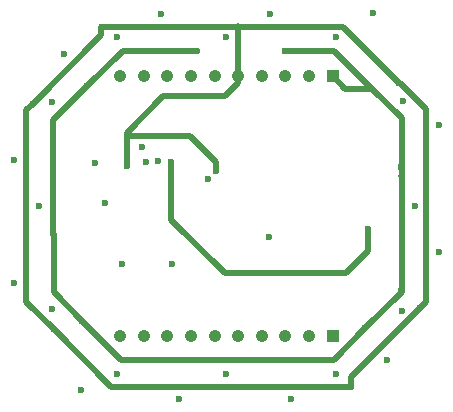
<source format=gbr>
G04 #@! TF.FileFunction,Copper,L2,Inr,Signal*
%FSLAX46Y46*%
G04 Gerber Fmt 4.6, Leading zero omitted, Abs format (unit mm)*
G04 Created by KiCad (PCBNEW 4.0.7-e2-6376~58~ubuntu16.04.1) date Thu Aug  2 08:30:36 2018*
%MOMM*%
%LPD*%
G01*
G04 APERTURE LIST*
%ADD10C,0.100000*%
%ADD11C,1.050000*%
%ADD12R,1.050000X1.050000*%
%ADD13C,0.600000*%
%ADD14C,0.500000*%
G04 APERTURE END LIST*
D10*
D11*
X130000000Y-86000000D03*
X146000000Y-86000000D03*
D12*
X148000000Y-86000000D03*
D11*
X134000000Y-86000000D03*
X132000000Y-86000000D03*
X144000000Y-86000000D03*
X142000000Y-86000000D03*
X136000000Y-86000000D03*
X138000000Y-86000000D03*
X140000000Y-86000000D03*
X130000000Y-108000000D03*
X146000000Y-108000000D03*
D12*
X148000000Y-108000000D03*
D11*
X134000000Y-108000000D03*
X132000000Y-108000000D03*
X144000000Y-108000000D03*
X142000000Y-108000000D03*
X136000000Y-108000000D03*
X138000000Y-108000000D03*
X140000000Y-108000000D03*
D13*
X142625000Y-99625000D03*
X130150000Y-101880000D03*
X134400000Y-101890000D03*
X126725000Y-112575000D03*
X151420000Y-80640000D03*
X133500000Y-80750000D03*
X142720000Y-80750000D03*
X156970000Y-90180000D03*
X156970000Y-100910000D03*
X152580000Y-110030000D03*
X144450000Y-113310000D03*
X134970000Y-113310000D03*
X121050000Y-103480000D03*
X125240000Y-84160000D03*
X121050000Y-93080000D03*
X133225000Y-93200000D03*
X153825000Y-93675000D03*
X127890000Y-93330000D03*
X132220000Y-93240000D03*
X126810000Y-106760000D03*
X153830000Y-104230000D03*
X132230000Y-110020000D03*
X140260000Y-110030000D03*
X150770000Y-107350000D03*
X136510000Y-83840000D03*
X127220000Y-86850000D03*
X124360000Y-91870000D03*
X124370000Y-99490000D03*
X151370000Y-87080000D03*
X144000000Y-83840000D03*
X151020000Y-98940000D03*
X134330000Y-93240000D03*
X131890000Y-92010000D03*
X137470000Y-94700000D03*
X124270000Y-105760000D03*
X139010000Y-111220000D03*
X124220000Y-88190000D03*
X123170000Y-97000000D03*
X148290000Y-111210000D03*
X153890000Y-105900000D03*
X154970000Y-97000000D03*
X153920000Y-88070000D03*
X139010000Y-82680000D03*
X129730000Y-82680000D03*
X148290000Y-82680000D03*
X129740000Y-111220000D03*
X138150000Y-94060000D03*
X130570000Y-93630000D03*
X122600000Y-88340000D03*
X122030000Y-98250000D03*
X124370000Y-107440000D03*
X130980000Y-112290000D03*
X140260000Y-112290000D03*
X149540000Y-112290000D03*
X155410000Y-105650000D03*
X155900000Y-95750000D03*
X153660000Y-86570000D03*
X137760000Y-81810000D03*
X147030000Y-81810000D03*
X128480000Y-81810000D03*
X128750000Y-96775000D03*
D14*
X153830000Y-104230000D02*
X153840000Y-104240000D01*
X153840000Y-104240000D02*
X153840000Y-104280000D01*
X132230000Y-110020000D02*
X132230000Y-110030000D01*
X132230000Y-110030000D02*
X132230000Y-110020000D01*
X132230000Y-110020000D02*
X132230000Y-110030000D01*
X124370000Y-99490000D02*
X124370000Y-104320000D01*
X148090000Y-110030000D02*
X150770000Y-107350000D01*
X130080000Y-110030000D02*
X132230000Y-110030000D01*
X132230000Y-110030000D02*
X140260000Y-110030000D01*
X140260000Y-110030000D02*
X148090000Y-110030000D01*
X124370000Y-104320000D02*
X126810000Y-106760000D01*
X126810000Y-106760000D02*
X130080000Y-110030000D01*
X153830000Y-94500000D02*
X153840000Y-94500000D01*
X153840000Y-94500000D02*
X153830000Y-94500000D01*
X153830000Y-94500000D02*
X153840000Y-94500000D01*
X153840000Y-104280000D02*
X150770000Y-107350000D01*
X153840000Y-94500000D02*
X153840000Y-104280000D01*
X153840000Y-89550000D02*
X153840000Y-94500000D01*
X130220000Y-83850000D02*
X127220000Y-86850000D01*
X136500000Y-83850000D02*
X130220000Y-83850000D01*
X136510000Y-83840000D02*
X136500000Y-83850000D01*
X124360000Y-89710000D02*
X124360000Y-91870000D01*
X127220000Y-86850000D02*
X124360000Y-89710000D01*
X124360000Y-99480000D02*
X124360000Y-91870000D01*
X124370000Y-99490000D02*
X124360000Y-99480000D01*
X151370000Y-87080000D02*
X149080000Y-87080000D01*
X149080000Y-87080000D02*
X148000000Y-86000000D01*
X148130000Y-83840000D02*
X151370000Y-87080000D01*
X151370000Y-87080000D02*
X153840000Y-89550000D01*
X148010000Y-83840000D02*
X148130000Y-83840000D01*
X147750000Y-83840000D02*
X148010000Y-83840000D01*
X146130000Y-83840000D02*
X147750000Y-83840000D01*
X146130000Y-83840000D02*
X144000000Y-83840000D01*
X151020000Y-98940000D02*
X151020000Y-100830000D01*
X134330000Y-98180000D02*
X134330000Y-93240000D01*
X138850000Y-102700000D02*
X134330000Y-98180000D01*
X149150000Y-102700000D02*
X138850000Y-102700000D01*
X151020000Y-100830000D02*
X149150000Y-102700000D01*
X138150000Y-94060000D02*
X138150000Y-93270000D01*
X138150000Y-93270000D02*
X135940000Y-91060000D01*
X135940000Y-91060000D02*
X130570000Y-91060000D01*
X140000000Y-86000000D02*
X140000000Y-86600000D01*
X140000000Y-86600000D02*
X138900000Y-87700000D01*
X138900000Y-87700000D02*
X133670000Y-87700000D01*
X133670000Y-87700000D02*
X130570000Y-90800000D01*
X130570000Y-90800000D02*
X130570000Y-91060000D01*
X130570000Y-91060000D02*
X130570000Y-92400000D01*
X130570000Y-92400000D02*
X130570000Y-93630000D01*
X137760000Y-81810000D02*
X140010000Y-81810000D01*
X140000000Y-81800000D02*
X140000000Y-86000000D01*
X140010000Y-81810000D02*
X140000000Y-81800000D01*
X128410000Y-81810000D02*
X128410000Y-82530000D01*
X128410000Y-82530000D02*
X122600000Y-88340000D01*
X122030000Y-98250000D02*
X122030000Y-88910000D01*
X122030000Y-88910000D02*
X122600000Y-88340000D01*
X124370000Y-107440000D02*
X122030000Y-105100000D01*
X122030000Y-105100000D02*
X122030000Y-98250000D01*
X130980000Y-112290000D02*
X129220000Y-112290000D01*
X129220000Y-112290000D02*
X124370000Y-107440000D01*
X140260000Y-112290000D02*
X130980000Y-112290000D01*
X149540000Y-112290000D02*
X140260000Y-112290000D01*
X155410000Y-105650000D02*
X155390000Y-105650000D01*
X149540000Y-111500000D02*
X149540000Y-112290000D01*
X155390000Y-105650000D02*
X149540000Y-111500000D01*
X155900000Y-95750000D02*
X155900000Y-105160000D01*
X155900000Y-105160000D02*
X155410000Y-105650000D01*
X153680000Y-86570000D02*
X153660000Y-86570000D01*
X155900000Y-88790000D02*
X153680000Y-86570000D01*
X155900000Y-95750000D02*
X155900000Y-88790000D01*
X147030000Y-81810000D02*
X148900000Y-81810000D01*
X148900000Y-81810000D02*
X153660000Y-86570000D01*
X128480000Y-81810000D02*
X128410000Y-81810000D01*
X128410000Y-81810000D02*
X137760000Y-81810000D01*
X137760000Y-81810000D02*
X147030000Y-81810000D01*
M02*

</source>
